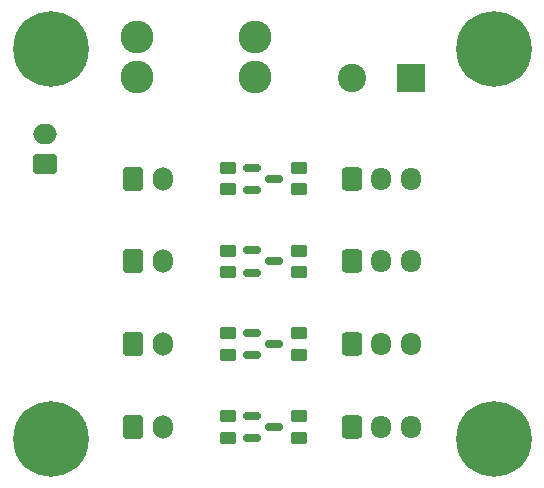
<source format=gbr>
%TF.GenerationSoftware,KiCad,Pcbnew,7.0.10*%
%TF.CreationDate,2024-02-05T17:12:21+01:00*%
%TF.ProjectId,led-driver-board-4gang,6c65642d-6472-4697-9665-722d626f6172,rev?*%
%TF.SameCoordinates,Original*%
%TF.FileFunction,Soldermask,Top*%
%TF.FilePolarity,Negative*%
%FSLAX46Y46*%
G04 Gerber Fmt 4.6, Leading zero omitted, Abs format (unit mm)*
G04 Created by KiCad (PCBNEW 7.0.10) date 2024-02-05 17:12:21*
%MOMM*%
%LPD*%
G01*
G04 APERTURE LIST*
G04 Aperture macros list*
%AMRoundRect*
0 Rectangle with rounded corners*
0 $1 Rounding radius*
0 $2 $3 $4 $5 $6 $7 $8 $9 X,Y pos of 4 corners*
0 Add a 4 corners polygon primitive as box body*
4,1,4,$2,$3,$4,$5,$6,$7,$8,$9,$2,$3,0*
0 Add four circle primitives for the rounded corners*
1,1,$1+$1,$2,$3*
1,1,$1+$1,$4,$5*
1,1,$1+$1,$6,$7*
1,1,$1+$1,$8,$9*
0 Add four rect primitives between the rounded corners*
20,1,$1+$1,$2,$3,$4,$5,0*
20,1,$1+$1,$4,$5,$6,$7,0*
20,1,$1+$1,$6,$7,$8,$9,0*
20,1,$1+$1,$8,$9,$2,$3,0*%
G04 Aperture macros list end*
%ADD10RoundRect,0.250000X0.750000X-0.600000X0.750000X0.600000X-0.750000X0.600000X-0.750000X-0.600000X0*%
%ADD11O,2.000000X1.700000*%
%ADD12C,0.800000*%
%ADD13C,6.400000*%
%ADD14RoundRect,0.250000X0.450000X-0.262500X0.450000X0.262500X-0.450000X0.262500X-0.450000X-0.262500X0*%
%ADD15RoundRect,0.250000X-0.450000X0.262500X-0.450000X-0.262500X0.450000X-0.262500X0.450000X0.262500X0*%
%ADD16RoundRect,0.150000X-0.587500X-0.150000X0.587500X-0.150000X0.587500X0.150000X-0.587500X0.150000X0*%
%ADD17R,2.400000X2.400000*%
%ADD18C,2.400000*%
%ADD19RoundRect,0.250000X-0.600000X-0.750000X0.600000X-0.750000X0.600000X0.750000X-0.600000X0.750000X0*%
%ADD20O,1.700000X2.000000*%
%ADD21RoundRect,0.250000X-0.600000X-0.725000X0.600000X-0.725000X0.600000X0.725000X-0.600000X0.725000X0*%
%ADD22O,1.700000X1.950000*%
%ADD23C,2.780000*%
G04 APERTURE END LIST*
D10*
%TO.C,J10*%
X22475000Y-38750000D03*
D11*
X22475000Y-36250000D03*
%TD*%
D12*
%TO.C,H4*%
X58100000Y-62000000D03*
X58802944Y-60302944D03*
X58802944Y-63697056D03*
X60500000Y-59600000D03*
D13*
X60500000Y-62000000D03*
D12*
X60500000Y-64400000D03*
X62197056Y-60302944D03*
X62197056Y-63697056D03*
X62900000Y-62000000D03*
%TD*%
%TO.C,H3*%
X20600000Y-62000000D03*
X21302944Y-60302944D03*
X21302944Y-63697056D03*
X23000000Y-59600000D03*
D13*
X23000000Y-62000000D03*
D12*
X23000000Y-64400000D03*
X24697056Y-60302944D03*
X24697056Y-63697056D03*
X25400000Y-62000000D03*
%TD*%
%TO.C,H2*%
X58100000Y-29000000D03*
X58802944Y-27302944D03*
X58802944Y-30697056D03*
X60500000Y-26600000D03*
D13*
X60500000Y-29000000D03*
D12*
X60500000Y-31400000D03*
X62197056Y-27302944D03*
X62197056Y-30697056D03*
X62900000Y-29000000D03*
%TD*%
%TO.C,H1*%
X20600000Y-29000000D03*
X21302944Y-27302944D03*
X21302944Y-30697056D03*
X23000000Y-26600000D03*
D13*
X23000000Y-29000000D03*
D12*
X23000000Y-31400000D03*
X24697056Y-27302944D03*
X24697056Y-30697056D03*
X25400000Y-29000000D03*
%TD*%
D14*
%TO.C,R8*%
X44000000Y-61912500D03*
X44000000Y-60087500D03*
%TD*%
D15*
%TO.C,R7*%
X38000000Y-60087500D03*
X38000000Y-61912500D03*
%TD*%
D14*
%TO.C,R6*%
X44000000Y-54912500D03*
X44000000Y-53087500D03*
%TD*%
D15*
%TO.C,R5*%
X38000000Y-53087500D03*
X38000000Y-54912500D03*
%TD*%
D14*
%TO.C,R4*%
X44000000Y-47912500D03*
X44000000Y-46087500D03*
%TD*%
D15*
%TO.C,R3*%
X38000000Y-46087500D03*
X38000000Y-47912500D03*
%TD*%
D14*
%TO.C,R2*%
X44000000Y-40912500D03*
X44000000Y-39087500D03*
%TD*%
D15*
%TO.C,R1*%
X38000000Y-40912500D03*
X38000000Y-39087500D03*
%TD*%
D16*
%TO.C,Q4*%
X40062500Y-60050000D03*
X40062500Y-61950000D03*
X41937500Y-61000000D03*
%TD*%
%TO.C,Q3*%
X40062500Y-53050000D03*
X40062500Y-54950000D03*
X41937500Y-54000000D03*
%TD*%
%TO.C,Q2*%
X40062500Y-46050000D03*
X40062500Y-47950000D03*
X41937500Y-47000000D03*
%TD*%
%TO.C,Q1*%
X40062500Y-39050000D03*
X40062500Y-40950000D03*
X41937500Y-40000000D03*
%TD*%
D17*
%TO.C,J9*%
X53500000Y-31500000D03*
D18*
X48500000Y-31500000D03*
%TD*%
D19*
%TO.C,J8*%
X30000000Y-61000000D03*
D20*
X32500000Y-61000000D03*
%TD*%
D19*
%TO.C,J7*%
X30000000Y-54000000D03*
D20*
X32500000Y-54000000D03*
%TD*%
D19*
%TO.C,J6*%
X30000000Y-47000000D03*
D20*
X32500000Y-47000000D03*
%TD*%
D19*
%TO.C,J5*%
X30000000Y-40000000D03*
D20*
X32500000Y-40000000D03*
%TD*%
D21*
%TO.C,J4*%
X48500000Y-61000000D03*
D22*
X51000000Y-61000000D03*
X53500000Y-61000000D03*
%TD*%
D21*
%TO.C,J3*%
X48500000Y-54000000D03*
D22*
X51000000Y-54000000D03*
X53500000Y-54000000D03*
%TD*%
D21*
%TO.C,J2*%
X48500000Y-47000000D03*
D22*
X51000000Y-47000000D03*
X53500000Y-47000000D03*
%TD*%
D21*
%TO.C,J1*%
X48500000Y-40000000D03*
D22*
X51000000Y-40000000D03*
X53500000Y-40000000D03*
%TD*%
D23*
%TO.C,F1*%
X30330000Y-31400000D03*
X30330000Y-28000000D03*
X40250000Y-28000000D03*
X40250000Y-31400000D03*
%TD*%
M02*

</source>
